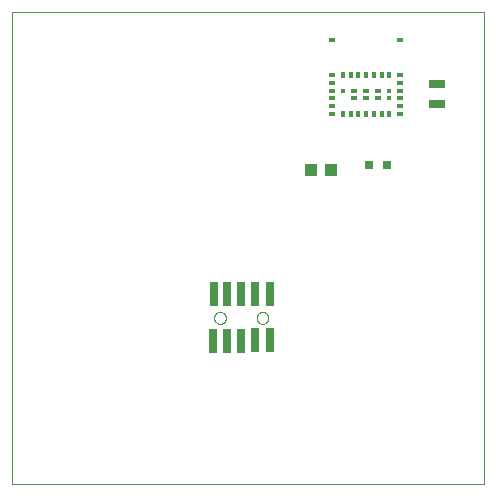
<source format=gtp>
G75*
%MOIN*%
%OFA0B0*%
%FSLAX25Y25*%
%IPPOS*%
%LPD*%
%AMOC8*
5,1,8,0,0,1.08239X$1,22.5*
%
%ADD10C,0.00000*%
%ADD11R,0.02500X0.08000*%
%ADD12R,0.04331X0.03937*%
%ADD13R,0.02362X0.01181*%
%ADD14R,0.01181X0.02362*%
%ADD15R,0.01181X0.01181*%
%ADD16R,0.05512X0.02756*%
%ADD17R,0.03150X0.03150*%
D10*
X0004867Y0001000D02*
X0004867Y0158480D01*
X0162347Y0158480D01*
X0162347Y0001000D01*
X0004867Y0001000D01*
X0072307Y0056433D02*
X0072309Y0056521D01*
X0072315Y0056609D01*
X0072325Y0056697D01*
X0072339Y0056785D01*
X0072356Y0056871D01*
X0072378Y0056957D01*
X0072403Y0057041D01*
X0072433Y0057125D01*
X0072465Y0057207D01*
X0072502Y0057287D01*
X0072542Y0057366D01*
X0072586Y0057443D01*
X0072633Y0057518D01*
X0072683Y0057590D01*
X0072737Y0057661D01*
X0072793Y0057728D01*
X0072853Y0057794D01*
X0072915Y0057856D01*
X0072981Y0057916D01*
X0073048Y0057972D01*
X0073119Y0058026D01*
X0073191Y0058076D01*
X0073266Y0058123D01*
X0073343Y0058167D01*
X0073422Y0058207D01*
X0073502Y0058244D01*
X0073584Y0058276D01*
X0073668Y0058306D01*
X0073752Y0058331D01*
X0073838Y0058353D01*
X0073924Y0058370D01*
X0074012Y0058384D01*
X0074100Y0058394D01*
X0074188Y0058400D01*
X0074276Y0058402D01*
X0074364Y0058400D01*
X0074452Y0058394D01*
X0074540Y0058384D01*
X0074628Y0058370D01*
X0074714Y0058353D01*
X0074800Y0058331D01*
X0074884Y0058306D01*
X0074968Y0058276D01*
X0075050Y0058244D01*
X0075130Y0058207D01*
X0075209Y0058167D01*
X0075286Y0058123D01*
X0075361Y0058076D01*
X0075433Y0058026D01*
X0075504Y0057972D01*
X0075571Y0057916D01*
X0075637Y0057856D01*
X0075699Y0057794D01*
X0075759Y0057728D01*
X0075815Y0057661D01*
X0075869Y0057590D01*
X0075919Y0057518D01*
X0075966Y0057443D01*
X0076010Y0057366D01*
X0076050Y0057287D01*
X0076087Y0057207D01*
X0076119Y0057125D01*
X0076149Y0057041D01*
X0076174Y0056957D01*
X0076196Y0056871D01*
X0076213Y0056785D01*
X0076227Y0056697D01*
X0076237Y0056609D01*
X0076243Y0056521D01*
X0076245Y0056433D01*
X0076243Y0056345D01*
X0076237Y0056257D01*
X0076227Y0056169D01*
X0076213Y0056081D01*
X0076196Y0055995D01*
X0076174Y0055909D01*
X0076149Y0055825D01*
X0076119Y0055741D01*
X0076087Y0055659D01*
X0076050Y0055579D01*
X0076010Y0055500D01*
X0075966Y0055423D01*
X0075919Y0055348D01*
X0075869Y0055276D01*
X0075815Y0055205D01*
X0075759Y0055138D01*
X0075699Y0055072D01*
X0075637Y0055010D01*
X0075571Y0054950D01*
X0075504Y0054894D01*
X0075433Y0054840D01*
X0075361Y0054790D01*
X0075286Y0054743D01*
X0075209Y0054699D01*
X0075130Y0054659D01*
X0075050Y0054622D01*
X0074968Y0054590D01*
X0074884Y0054560D01*
X0074800Y0054535D01*
X0074714Y0054513D01*
X0074628Y0054496D01*
X0074540Y0054482D01*
X0074452Y0054472D01*
X0074364Y0054466D01*
X0074276Y0054464D01*
X0074188Y0054466D01*
X0074100Y0054472D01*
X0074012Y0054482D01*
X0073924Y0054496D01*
X0073838Y0054513D01*
X0073752Y0054535D01*
X0073668Y0054560D01*
X0073584Y0054590D01*
X0073502Y0054622D01*
X0073422Y0054659D01*
X0073343Y0054699D01*
X0073266Y0054743D01*
X0073191Y0054790D01*
X0073119Y0054840D01*
X0073048Y0054894D01*
X0072981Y0054950D01*
X0072915Y0055010D01*
X0072853Y0055072D01*
X0072793Y0055138D01*
X0072737Y0055205D01*
X0072683Y0055276D01*
X0072633Y0055348D01*
X0072586Y0055423D01*
X0072542Y0055500D01*
X0072502Y0055579D01*
X0072465Y0055659D01*
X0072433Y0055741D01*
X0072403Y0055825D01*
X0072378Y0055909D01*
X0072356Y0055995D01*
X0072339Y0056081D01*
X0072325Y0056169D01*
X0072315Y0056257D01*
X0072309Y0056345D01*
X0072307Y0056433D01*
X0086480Y0056433D02*
X0086482Y0056521D01*
X0086488Y0056609D01*
X0086498Y0056697D01*
X0086512Y0056785D01*
X0086529Y0056871D01*
X0086551Y0056957D01*
X0086576Y0057041D01*
X0086606Y0057125D01*
X0086638Y0057207D01*
X0086675Y0057287D01*
X0086715Y0057366D01*
X0086759Y0057443D01*
X0086806Y0057518D01*
X0086856Y0057590D01*
X0086910Y0057661D01*
X0086966Y0057728D01*
X0087026Y0057794D01*
X0087088Y0057856D01*
X0087154Y0057916D01*
X0087221Y0057972D01*
X0087292Y0058026D01*
X0087364Y0058076D01*
X0087439Y0058123D01*
X0087516Y0058167D01*
X0087595Y0058207D01*
X0087675Y0058244D01*
X0087757Y0058276D01*
X0087841Y0058306D01*
X0087925Y0058331D01*
X0088011Y0058353D01*
X0088097Y0058370D01*
X0088185Y0058384D01*
X0088273Y0058394D01*
X0088361Y0058400D01*
X0088449Y0058402D01*
X0088537Y0058400D01*
X0088625Y0058394D01*
X0088713Y0058384D01*
X0088801Y0058370D01*
X0088887Y0058353D01*
X0088973Y0058331D01*
X0089057Y0058306D01*
X0089141Y0058276D01*
X0089223Y0058244D01*
X0089303Y0058207D01*
X0089382Y0058167D01*
X0089459Y0058123D01*
X0089534Y0058076D01*
X0089606Y0058026D01*
X0089677Y0057972D01*
X0089744Y0057916D01*
X0089810Y0057856D01*
X0089872Y0057794D01*
X0089932Y0057728D01*
X0089988Y0057661D01*
X0090042Y0057590D01*
X0090092Y0057518D01*
X0090139Y0057443D01*
X0090183Y0057366D01*
X0090223Y0057287D01*
X0090260Y0057207D01*
X0090292Y0057125D01*
X0090322Y0057041D01*
X0090347Y0056957D01*
X0090369Y0056871D01*
X0090386Y0056785D01*
X0090400Y0056697D01*
X0090410Y0056609D01*
X0090416Y0056521D01*
X0090418Y0056433D01*
X0090416Y0056345D01*
X0090410Y0056257D01*
X0090400Y0056169D01*
X0090386Y0056081D01*
X0090369Y0055995D01*
X0090347Y0055909D01*
X0090322Y0055825D01*
X0090292Y0055741D01*
X0090260Y0055659D01*
X0090223Y0055579D01*
X0090183Y0055500D01*
X0090139Y0055423D01*
X0090092Y0055348D01*
X0090042Y0055276D01*
X0089988Y0055205D01*
X0089932Y0055138D01*
X0089872Y0055072D01*
X0089810Y0055010D01*
X0089744Y0054950D01*
X0089677Y0054894D01*
X0089606Y0054840D01*
X0089534Y0054790D01*
X0089459Y0054743D01*
X0089382Y0054699D01*
X0089303Y0054659D01*
X0089223Y0054622D01*
X0089141Y0054590D01*
X0089057Y0054560D01*
X0088973Y0054535D01*
X0088887Y0054513D01*
X0088801Y0054496D01*
X0088713Y0054482D01*
X0088625Y0054472D01*
X0088537Y0054466D01*
X0088449Y0054464D01*
X0088361Y0054466D01*
X0088273Y0054472D01*
X0088185Y0054482D01*
X0088097Y0054496D01*
X0088011Y0054513D01*
X0087925Y0054535D01*
X0087841Y0054560D01*
X0087757Y0054590D01*
X0087675Y0054622D01*
X0087595Y0054659D01*
X0087516Y0054699D01*
X0087439Y0054743D01*
X0087364Y0054790D01*
X0087292Y0054840D01*
X0087221Y0054894D01*
X0087154Y0054950D01*
X0087088Y0055010D01*
X0087026Y0055072D01*
X0086966Y0055138D01*
X0086910Y0055205D01*
X0086856Y0055276D01*
X0086806Y0055348D01*
X0086759Y0055423D01*
X0086715Y0055500D01*
X0086675Y0055579D01*
X0086638Y0055659D01*
X0086606Y0055741D01*
X0086576Y0055825D01*
X0086551Y0055909D01*
X0086529Y0055995D01*
X0086512Y0056081D01*
X0086498Y0056169D01*
X0086488Y0056257D01*
X0086482Y0056345D01*
X0086480Y0056433D01*
D11*
X0086087Y0048953D03*
X0090812Y0048953D03*
X0081363Y0048756D03*
X0076638Y0048756D03*
X0071914Y0048756D03*
X0072111Y0064307D03*
X0076638Y0064307D03*
X0081363Y0064307D03*
X0086087Y0064307D03*
X0090812Y0064307D03*
D12*
X0104670Y0105724D03*
X0111363Y0105724D03*
D13*
X0111560Y0124524D03*
X0111560Y0127083D03*
X0111560Y0129642D03*
X0111560Y0132201D03*
X0111560Y0134760D03*
X0111560Y0137319D03*
X0119040Y0132201D03*
X0119040Y0129642D03*
X0122977Y0129642D03*
X0122977Y0132201D03*
X0126914Y0132201D03*
X0126914Y0129642D03*
X0134394Y0129642D03*
X0134394Y0127083D03*
X0134394Y0124524D03*
X0134394Y0132201D03*
X0134394Y0134760D03*
X0134394Y0137319D03*
X0134394Y0149130D03*
X0111560Y0149130D03*
D14*
X0115300Y0137319D03*
X0117859Y0137319D03*
X0120418Y0137319D03*
X0122977Y0137319D03*
X0125536Y0137319D03*
X0128095Y0137319D03*
X0130654Y0137319D03*
X0130654Y0124524D03*
X0128095Y0124524D03*
X0125536Y0124524D03*
X0122977Y0124524D03*
X0120418Y0124524D03*
X0117859Y0124524D03*
X0115300Y0124524D03*
D15*
X0115300Y0132201D03*
X0130654Y0132201D03*
X0130654Y0129642D03*
D16*
X0146599Y0127575D03*
X0146599Y0134268D03*
D17*
X0129867Y0107299D03*
X0123961Y0107299D03*
M02*

</source>
